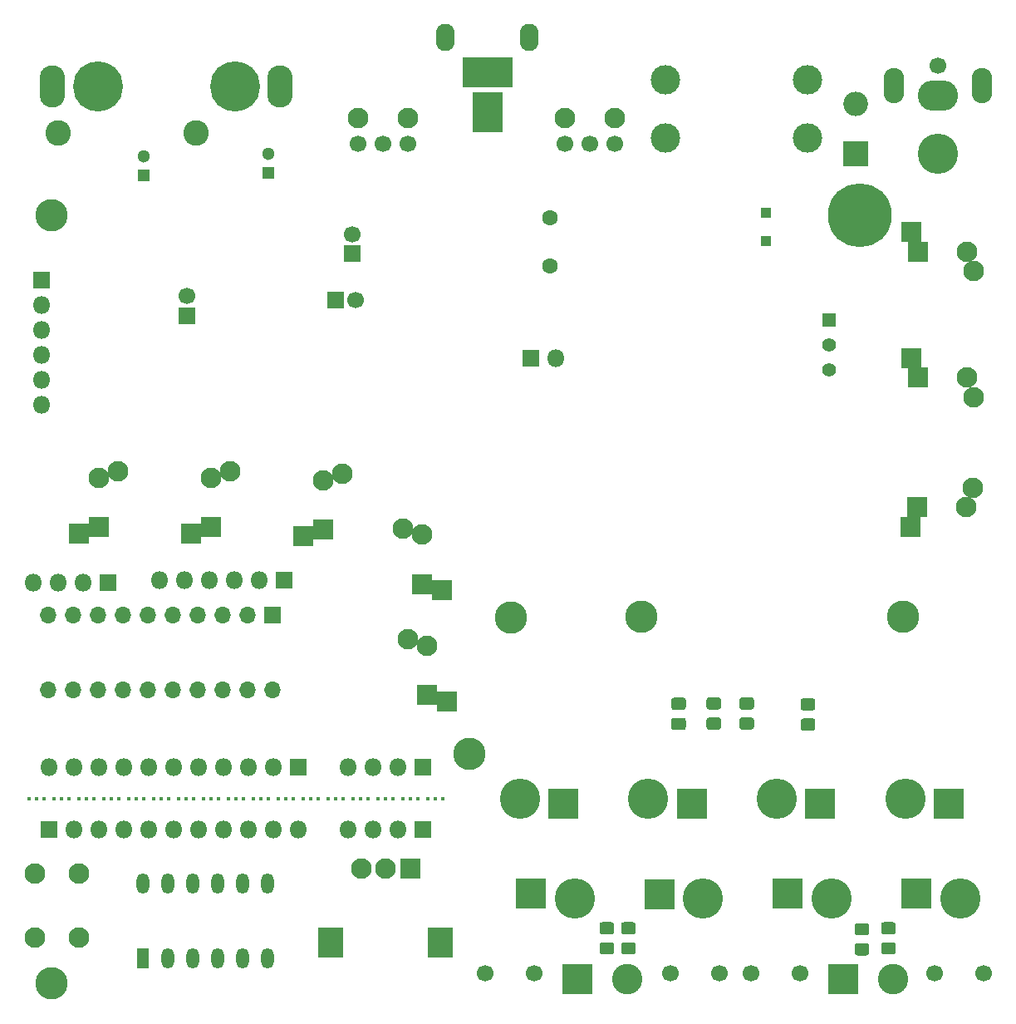
<source format=gbs>
%TF.GenerationSoftware,KiCad,Pcbnew,(5.1.6-0-10_14)*%
%TF.CreationDate,2020-07-11T00:20:46+09:00*%
%TF.ProjectId,TAS6422AMP,54415336-3432-4324-914d-502e6b696361,rev?*%
%TF.SameCoordinates,Original*%
%TF.FileFunction,Soldermask,Bot*%
%TF.FilePolarity,Negative*%
%FSLAX46Y46*%
G04 Gerber Fmt 4.6, Leading zero omitted, Abs format (unit mm)*
G04 Created by KiCad (PCBNEW (5.1.6-0-10_14)) date 2020-07-11 00:20:46*
%MOMM*%
%LPD*%
G01*
G04 APERTURE LIST*
%ADD10O,1.800000X1.800000*%
%ADD11R,1.800000X1.800000*%
%ADD12O,1.900000X2.800000*%
%ADD13R,3.100000X4.100000*%
%ADD14R,5.100000X3.100000*%
%ADD15R,2.100000X2.100000*%
%ADD16C,2.100000*%
%ADD17R,2.600000X3.100000*%
%ADD18C,1.600000*%
%ADD19C,1.300000*%
%ADD20R,1.300000X1.300000*%
%ADD21C,1.700000*%
%ADD22R,1.700000X1.700000*%
%ADD23O,1.300000X2.100000*%
%ADD24R,1.300000X2.100000*%
%ADD25O,2.100000X3.600000*%
%ADD26O,4.100000X3.100000*%
%ADD27C,4.100000*%
%ADD28R,3.100000X3.100000*%
%ADD29O,1.700000X1.700000*%
%ADD30C,2.985000*%
%ADD31C,3.300000*%
%ADD32C,6.500000*%
%ADD33C,0.900000*%
%ADD34C,1.405000*%
%ADD35R,1.405000X1.405000*%
%ADD36R,1.100000X1.100000*%
%ADD37C,0.400000*%
%ADD38O,2.500000X2.500000*%
%ADD39R,2.500000X2.500000*%
%ADD40C,3.100000*%
%ADD41C,5.100000*%
%ADD42C,2.600000*%
%ADD43O,2.600000X4.300000*%
G04 APERTURE END LIST*
D10*
%TO.C,J4*%
X90611960Y-107952540D03*
X93151960Y-107952540D03*
X95691960Y-107952540D03*
X98231960Y-107952540D03*
X100771960Y-107952540D03*
D11*
X103311960Y-107952540D03*
%TD*%
%TO.C,C54*%
G36*
G01*
X164419198Y-144802540D02*
X165375722Y-144802540D01*
G75*
G02*
X165647460Y-145074278I0J-271738D01*
G01*
X165647460Y-145780802D01*
G75*
G02*
X165375722Y-146052540I-271738J0D01*
G01*
X164419198Y-146052540D01*
G75*
G02*
X164147460Y-145780802I0J271738D01*
G01*
X164147460Y-145074278D01*
G75*
G02*
X164419198Y-144802540I271738J0D01*
G01*
G37*
G36*
G01*
X164419198Y-142752540D02*
X165375722Y-142752540D01*
G75*
G02*
X165647460Y-143024278I0J-271738D01*
G01*
X165647460Y-143730802D01*
G75*
G02*
X165375722Y-144002540I-271738J0D01*
G01*
X164419198Y-144002540D01*
G75*
G02*
X164147460Y-143730802I0J271738D01*
G01*
X164147460Y-143024278D01*
G75*
G02*
X164419198Y-142752540I271738J0D01*
G01*
G37*
%TD*%
D12*
%TO.C,J3*%
X128278000Y-52672400D03*
X119778000Y-52672400D03*
D13*
X124028000Y-60222400D03*
D14*
X124028000Y-56222400D03*
%TD*%
D15*
%TO.C,SW1*%
X116154000Y-137312000D03*
D16*
X113654000Y-137312000D03*
X111154000Y-137312000D03*
D17*
X119254000Y-144812000D03*
X108054000Y-144812000D03*
%TD*%
D16*
%TO.C,SW2*%
X82372200Y-144320000D03*
X77872200Y-144320000D03*
X82372200Y-137820000D03*
X77872200Y-137820000D03*
%TD*%
D18*
%TO.C,Y1*%
X130378000Y-75898400D03*
X130378000Y-71018400D03*
%TD*%
D19*
%TO.C,C5*%
X101676000Y-64446400D03*
D20*
X101676000Y-66446400D03*
%TD*%
D19*
%TO.C,C6*%
X88976200Y-64700400D03*
D20*
X88976200Y-66700400D03*
%TD*%
D21*
%TO.C,C9*%
X110582460Y-79402940D03*
D22*
X108582460Y-79402940D03*
%TD*%
D21*
%TO.C,C17*%
X93444060Y-79003140D03*
D22*
X93444060Y-81003140D03*
%TD*%
D21*
%TO.C,C18*%
X110233000Y-72678500D03*
D22*
X110233000Y-74678500D03*
%TD*%
%TO.C,C55*%
G36*
G01*
X161719198Y-144902540D02*
X162675722Y-144902540D01*
G75*
G02*
X162947460Y-145174278I0J-271738D01*
G01*
X162947460Y-145880802D01*
G75*
G02*
X162675722Y-146152540I-271738J0D01*
G01*
X161719198Y-146152540D01*
G75*
G02*
X161447460Y-145880802I0J271738D01*
G01*
X161447460Y-145174278D01*
G75*
G02*
X161719198Y-144902540I271738J0D01*
G01*
G37*
G36*
G01*
X161719198Y-142852540D02*
X162675722Y-142852540D01*
G75*
G02*
X162947460Y-143124278I0J-271738D01*
G01*
X162947460Y-143830802D01*
G75*
G02*
X162675722Y-144102540I-271738J0D01*
G01*
X161719198Y-144102540D01*
G75*
G02*
X161447460Y-143830802I0J271738D01*
G01*
X161447460Y-143124278D01*
G75*
G02*
X161719198Y-142852540I271738J0D01*
G01*
G37*
%TD*%
%TO.C,C56*%
G36*
G01*
X137919198Y-144802540D02*
X138875722Y-144802540D01*
G75*
G02*
X139147460Y-145074278I0J-271738D01*
G01*
X139147460Y-145780802D01*
G75*
G02*
X138875722Y-146052540I-271738J0D01*
G01*
X137919198Y-146052540D01*
G75*
G02*
X137647460Y-145780802I0J271738D01*
G01*
X137647460Y-145074278D01*
G75*
G02*
X137919198Y-144802540I271738J0D01*
G01*
G37*
G36*
G01*
X137919198Y-142752540D02*
X138875722Y-142752540D01*
G75*
G02*
X139147460Y-143024278I0J-271738D01*
G01*
X139147460Y-143730802D01*
G75*
G02*
X138875722Y-144002540I-271738J0D01*
G01*
X137919198Y-144002540D01*
G75*
G02*
X137647460Y-143730802I0J271738D01*
G01*
X137647460Y-143024278D01*
G75*
G02*
X137919198Y-142752540I271738J0D01*
G01*
G37*
%TD*%
%TO.C,C57*%
G36*
G01*
X135719198Y-144802540D02*
X136675722Y-144802540D01*
G75*
G02*
X136947460Y-145074278I0J-271738D01*
G01*
X136947460Y-145780802D01*
G75*
G02*
X136675722Y-146052540I-271738J0D01*
G01*
X135719198Y-146052540D01*
G75*
G02*
X135447460Y-145780802I0J271738D01*
G01*
X135447460Y-145074278D01*
G75*
G02*
X135719198Y-144802540I271738J0D01*
G01*
G37*
G36*
G01*
X135719198Y-142752540D02*
X136675722Y-142752540D01*
G75*
G02*
X136947460Y-143024278I0J-271738D01*
G01*
X136947460Y-143730802D01*
G75*
G02*
X136675722Y-144002540I-271738J0D01*
G01*
X135719198Y-144002540D01*
G75*
G02*
X135447460Y-143730802I0J271738D01*
G01*
X135447460Y-143024278D01*
G75*
G02*
X135719198Y-142752540I271738J0D01*
G01*
G37*
%TD*%
D16*
%TO.C,C61*%
X86404200Y-96841856D03*
D15*
X82404200Y-103186144D03*
D16*
X84404200Y-97514000D03*
D15*
X84404200Y-102514000D03*
%TD*%
D16*
%TO.C,C62*%
X173589004Y-89302340D03*
D15*
X167244716Y-85302340D03*
D16*
X172916860Y-87302340D03*
D15*
X167916860Y-87302340D03*
%TD*%
D16*
%TO.C,C63*%
X109264000Y-97095856D03*
D15*
X105264000Y-103440144D03*
D16*
X107264000Y-97768000D03*
D15*
X107264000Y-102768000D03*
%TD*%
D16*
%TO.C,C64*%
X97834200Y-96841856D03*
D15*
X93834200Y-103186144D03*
D16*
X95834200Y-97514000D03*
D15*
X95834200Y-102514000D03*
%TD*%
D23*
%TO.C,D5*%
X101620200Y-146456000D03*
X101620200Y-138836000D03*
X99080200Y-146456000D03*
X99080200Y-138836000D03*
X96540200Y-146456000D03*
X96540200Y-138836000D03*
X94000200Y-146456000D03*
X94000200Y-138836000D03*
X91460200Y-146456000D03*
X91460200Y-138836000D03*
D24*
X88920200Y-146456000D03*
D23*
X88920200Y-138836000D03*
%TD*%
D21*
%TO.C,J1*%
X169923000Y-55518500D03*
D25*
X165423000Y-57518500D03*
X174423000Y-57518500D03*
D26*
X169923000Y-58518500D03*
D27*
X169923000Y-64518500D03*
%TD*%
D10*
%TO.C,J11*%
X109852000Y-133353000D03*
X112392000Y-133353000D03*
X114932000Y-133353000D03*
D11*
X117472000Y-133353000D03*
%TD*%
D10*
%TO.C,J12*%
X104772500Y-133353000D03*
X102232500Y-133353000D03*
X99692500Y-133353000D03*
X97152500Y-133353000D03*
X94612500Y-133353000D03*
X92072500Y-133353000D03*
X89532500Y-133353000D03*
X86992500Y-133353000D03*
X84452500Y-133353000D03*
X81912500Y-133353000D03*
D11*
X79372500Y-133353000D03*
%TD*%
D27*
%TO.C,L1*%
X166603460Y-130200000D03*
X172191460Y-140360000D03*
D28*
X167747460Y-139880000D03*
X171047460Y-130680000D03*
%TD*%
D27*
%TO.C,L2*%
X153503460Y-130200000D03*
X159091460Y-140360000D03*
D28*
X154647460Y-139880000D03*
X157947460Y-130680000D03*
%TD*%
D27*
%TO.C,L3*%
X140403460Y-130222540D03*
X145991460Y-140382540D03*
D28*
X141547460Y-139902540D03*
X144847460Y-130702540D03*
%TD*%
D27*
%TO.C,L4*%
X127330000Y-130200000D03*
X132918000Y-140360000D03*
D28*
X128474000Y-139880000D03*
X131774000Y-130680000D03*
%TD*%
D16*
%TO.C,U6*%
X115900000Y-60882500D03*
X110820000Y-60882500D03*
D21*
X115900000Y-63502500D03*
X113360000Y-63502500D03*
X110820000Y-63502500D03*
%TD*%
D16*
%TO.C,U7*%
X136982000Y-60882500D03*
X131902000Y-60882500D03*
D21*
X136982000Y-63502500D03*
X134442000Y-63502500D03*
X131902000Y-63502500D03*
%TD*%
D29*
%TO.C,U8*%
X102105000Y-119129000D03*
X79245000Y-111509000D03*
X99565000Y-119129000D03*
X81785000Y-111509000D03*
X97025000Y-119129000D03*
X84325000Y-111509000D03*
X94485000Y-119129000D03*
X86865000Y-111509000D03*
X91945000Y-119129000D03*
X89405000Y-111509000D03*
X89405000Y-119129000D03*
X91945000Y-111509000D03*
X86865000Y-119129000D03*
X94485000Y-111509000D03*
X84325000Y-119129000D03*
X97025000Y-111509000D03*
X81785000Y-119129000D03*
X99565000Y-111509000D03*
X79245000Y-119129000D03*
D22*
X102105000Y-111509000D03*
%TD*%
D30*
%TO.C,J7*%
X156678000Y-56920500D03*
X142178000Y-56920500D03*
X142178000Y-62880500D03*
X156678000Y-62880500D03*
%TD*%
D31*
%TO.C,H1*%
X79578200Y-70726300D03*
%TD*%
%TO.C,H2*%
X166392860Y-111686340D03*
%TD*%
%TO.C,H3*%
X122229880Y-125615700D03*
%TD*%
%TO.C,H4*%
X139748260Y-111660940D03*
%TD*%
%TO.C,H5*%
X79578200Y-148996000D03*
%TD*%
D32*
%TO.C,H6*%
X161971000Y-70726300D03*
D33*
X164371000Y-70726300D03*
X163668056Y-72423356D03*
X161971000Y-73126300D03*
X160273944Y-72423356D03*
X159571000Y-70726300D03*
X160273944Y-69029244D03*
X161971000Y-68326300D03*
X163668056Y-69029244D03*
%TD*%
D10*
%TO.C,J2*%
X78562200Y-90068400D03*
X78562200Y-87528400D03*
X78562200Y-84988400D03*
X78562200Y-82448400D03*
X78562200Y-79908400D03*
D11*
X78562200Y-77368400D03*
%TD*%
D10*
%TO.C,J9*%
X109852000Y-127003000D03*
X112392000Y-127003000D03*
X114932000Y-127003000D03*
D11*
X117472000Y-127003000D03*
%TD*%
D10*
%TO.C,J10*%
X79372000Y-127003000D03*
X81912000Y-127003000D03*
X84452000Y-127003000D03*
X86992000Y-127003000D03*
X89532000Y-127003000D03*
X92072000Y-127003000D03*
X94612000Y-127003000D03*
X97152000Y-127003000D03*
X99692000Y-127003000D03*
X102232000Y-127003000D03*
D11*
X104772000Y-127003000D03*
%TD*%
D34*
%TO.C,PS1*%
X158826000Y-86512400D03*
X158826000Y-83972400D03*
D35*
X158826000Y-81432400D03*
%TD*%
D36*
%TO.C,TP1*%
X152397000Y-70487500D03*
%TD*%
%TO.C,TP2*%
X152420000Y-73393300D03*
%TD*%
D37*
%TO.C,B1*%
X81404500Y-130178000D03*
X80642500Y-130178000D03*
X79880500Y-130178000D03*
%TD*%
%TO.C,B2*%
X109344000Y-130178000D03*
X108582000Y-130178000D03*
X107820000Y-130178000D03*
%TD*%
%TO.C,B3*%
X104264000Y-130178000D03*
X103502000Y-130178000D03*
X102740000Y-130178000D03*
%TD*%
%TO.C,B4*%
X111884000Y-130178000D03*
X111122000Y-130178000D03*
X110360000Y-130178000D03*
%TD*%
%TO.C,B5*%
X106804000Y-130178000D03*
X106042000Y-130178000D03*
X105280000Y-130178000D03*
%TD*%
%TO.C,B6*%
X101724500Y-130178000D03*
X100962500Y-130178000D03*
X100200500Y-130178000D03*
%TD*%
%TO.C,B7*%
X116964000Y-130178000D03*
X116202000Y-130178000D03*
X115440000Y-130178000D03*
%TD*%
%TO.C,B8*%
X114424000Y-130178000D03*
X113662000Y-130178000D03*
X112900000Y-130178000D03*
%TD*%
%TO.C,B9*%
X94104500Y-130178000D03*
X93342500Y-130178000D03*
X92580500Y-130178000D03*
%TD*%
%TO.C,B10*%
X83944500Y-130178000D03*
X83182500Y-130178000D03*
X82420500Y-130178000D03*
%TD*%
%TO.C,B11*%
X99184500Y-130178000D03*
X98422500Y-130178000D03*
X97660500Y-130178000D03*
%TD*%
%TO.C,B12*%
X89024500Y-130178000D03*
X88262500Y-130178000D03*
X87500500Y-130178000D03*
%TD*%
%TO.C,B13*%
X86484500Y-130178000D03*
X85722500Y-130178000D03*
X84960500Y-130178000D03*
%TD*%
%TO.C,B14*%
X96644500Y-130178000D03*
X95882500Y-130178000D03*
X95120500Y-130178000D03*
%TD*%
%TO.C,B15*%
X78864500Y-130178000D03*
X78102500Y-130178000D03*
X77340500Y-130178000D03*
%TD*%
%TO.C,B16*%
X91564500Y-130178000D03*
X90802500Y-130178000D03*
X90040500Y-130178000D03*
%TD*%
%TO.C,B17*%
X119504000Y-130178000D03*
X118742000Y-130178000D03*
X117980000Y-130178000D03*
%TD*%
D16*
%TO.C,C37*%
X173589004Y-76449940D03*
D15*
X167244716Y-72449940D03*
D16*
X172916860Y-74449940D03*
D15*
X167916860Y-74449940D03*
%TD*%
D38*
%TO.C,D6*%
X161541000Y-59438500D03*
D39*
X161541000Y-64518500D03*
%TD*%
D31*
%TO.C,H7*%
X126413260Y-111711740D03*
%TD*%
%TO.C,C41*%
G36*
G01*
X156219198Y-122002540D02*
X157175722Y-122002540D01*
G75*
G02*
X157447460Y-122274278I0J-271738D01*
G01*
X157447460Y-122980802D01*
G75*
G02*
X157175722Y-123252540I-271738J0D01*
G01*
X156219198Y-123252540D01*
G75*
G02*
X155947460Y-122980802I0J271738D01*
G01*
X155947460Y-122274278D01*
G75*
G02*
X156219198Y-122002540I271738J0D01*
G01*
G37*
G36*
G01*
X156219198Y-119952540D02*
X157175722Y-119952540D01*
G75*
G02*
X157447460Y-120224278I0J-271738D01*
G01*
X157447460Y-120930802D01*
G75*
G02*
X157175722Y-121202540I-271738J0D01*
G01*
X156219198Y-121202540D01*
G75*
G02*
X155947460Y-120930802I0J271738D01*
G01*
X155947460Y-120224278D01*
G75*
G02*
X156219198Y-119952540I271738J0D01*
G01*
G37*
%TD*%
%TO.C,C42*%
G36*
G01*
X150922462Y-121105980D02*
X149965938Y-121105980D01*
G75*
G02*
X149694200Y-120834242I0J271738D01*
G01*
X149694200Y-120127718D01*
G75*
G02*
X149965938Y-119855980I271738J0D01*
G01*
X150922462Y-119855980D01*
G75*
G02*
X151194200Y-120127718I0J-271738D01*
G01*
X151194200Y-120834242D01*
G75*
G02*
X150922462Y-121105980I-271738J0D01*
G01*
G37*
G36*
G01*
X150922462Y-123155980D02*
X149965938Y-123155980D01*
G75*
G02*
X149694200Y-122884242I0J271738D01*
G01*
X149694200Y-122177718D01*
G75*
G02*
X149965938Y-121905980I271738J0D01*
G01*
X150922462Y-121905980D01*
G75*
G02*
X151194200Y-122177718I0J-271738D01*
G01*
X151194200Y-122884242D01*
G75*
G02*
X150922462Y-123155980I-271738J0D01*
G01*
G37*
%TD*%
%TO.C,C43*%
G36*
G01*
X146619198Y-121902540D02*
X147575722Y-121902540D01*
G75*
G02*
X147847460Y-122174278I0J-271738D01*
G01*
X147847460Y-122880802D01*
G75*
G02*
X147575722Y-123152540I-271738J0D01*
G01*
X146619198Y-123152540D01*
G75*
G02*
X146347460Y-122880802I0J271738D01*
G01*
X146347460Y-122174278D01*
G75*
G02*
X146619198Y-121902540I271738J0D01*
G01*
G37*
G36*
G01*
X146619198Y-119852540D02*
X147575722Y-119852540D01*
G75*
G02*
X147847460Y-120124278I0J-271738D01*
G01*
X147847460Y-120830802D01*
G75*
G02*
X147575722Y-121102540I-271738J0D01*
G01*
X146619198Y-121102540D01*
G75*
G02*
X146347460Y-120830802I0J271738D01*
G01*
X146347460Y-120124278D01*
G75*
G02*
X146619198Y-119852540I271738J0D01*
G01*
G37*
%TD*%
%TO.C,C44*%
G36*
G01*
X143985722Y-121142000D02*
X143029198Y-121142000D01*
G75*
G02*
X142757460Y-120870262I0J271738D01*
G01*
X142757460Y-120163738D01*
G75*
G02*
X143029198Y-119892000I271738J0D01*
G01*
X143985722Y-119892000D01*
G75*
G02*
X144257460Y-120163738I0J-271738D01*
G01*
X144257460Y-120870262D01*
G75*
G02*
X143985722Y-121142000I-271738J0D01*
G01*
G37*
G36*
G01*
X143985722Y-123192000D02*
X143029198Y-123192000D01*
G75*
G02*
X142757460Y-122920262I0J271738D01*
G01*
X142757460Y-122213738D01*
G75*
G02*
X143029198Y-121942000I271738J0D01*
G01*
X143985722Y-121942000D01*
G75*
G02*
X144257460Y-122213738I0J-271738D01*
G01*
X144257460Y-122920262D01*
G75*
G02*
X143985722Y-123192000I-271738J0D01*
G01*
G37*
%TD*%
D16*
%TO.C,C65*%
X173512804Y-98510340D03*
D15*
X167168516Y-102510340D03*
D16*
X172840660Y-100510340D03*
D15*
X167840660Y-100510340D03*
%TD*%
D16*
%TO.C,C66*%
X115397460Y-102630396D03*
D15*
X119397460Y-108974684D03*
D16*
X117397460Y-103302540D03*
D15*
X117397460Y-108302540D03*
%TD*%
D10*
%TO.C,J8*%
X130985260Y-85346540D03*
D11*
X128445260Y-85346540D03*
%TD*%
D21*
%TO.C,C50*%
X169622460Y-147957540D03*
X174622460Y-147957540D03*
%TD*%
%TO.C,C51*%
X155873460Y-147957540D03*
X150873460Y-147957540D03*
%TD*%
%TO.C,C52*%
X142698460Y-147957540D03*
X147698460Y-147957540D03*
%TD*%
%TO.C,C53*%
X128822000Y-147958000D03*
X123822000Y-147958000D03*
%TD*%
D40*
%TO.C,J5*%
X138300460Y-148592540D03*
D28*
X133220460Y-148592540D03*
%TD*%
D40*
%TO.C,J6*%
X165351460Y-148592540D03*
D28*
X160271460Y-148592540D03*
%TD*%
D16*
%TO.C,C67*%
X115897460Y-113930396D03*
D15*
X119897460Y-120274684D03*
D16*
X117897460Y-114602540D03*
D15*
X117897460Y-119602540D03*
%TD*%
D11*
%TO.C,J13*%
X85341460Y-108143040D03*
D10*
X82801460Y-108143040D03*
X80261460Y-108143040D03*
X77721460Y-108143040D03*
%TD*%
D41*
%TO.C,P1*%
X98318080Y-57636040D03*
D42*
X94318080Y-62386040D03*
D41*
X84318080Y-57636040D03*
D42*
X80318080Y-62386040D03*
D43*
X102918080Y-57636040D03*
X79718080Y-57636040D03*
%TD*%
M02*

</source>
